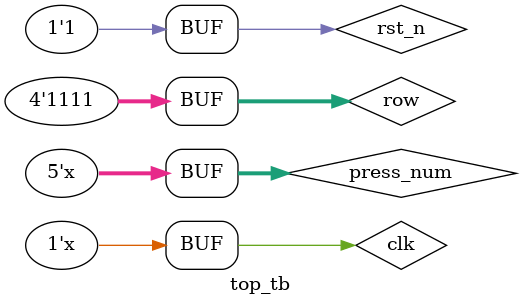
<source format=v>
`timescale 1ns/1ps
module top_tb;

	reg clk;  //系统时钟
	reg rst_n;
	reg [3:0] row;  //矩阵键盘行信号
	
	wire [3:0] col;  //矩阵键盘列信号
	wire flag;   //按键按下稳定后的标志信号
	wire [3:0] data;  //键值
	
	reg [4:0] press_num;  //模拟按键
	
	key_scan #(.cnt_num(4)) key_scan_inst(  //#(.cnt_num(4))
		.clk(clk),
		.rst_n(rst_n),
		.row(row),
		.col(col),
		.flag(flag),
		.data(data)
	);
	
	initial
	begin
		clk = 1;
		rst_n = 0;  //复位
		press_num = 5'd16; //抬起
		#200
		rst_n = 1;
		
		
		
		
		#100
		press_num = 5'd1;  //第一次按下按键1
		#10000
		press_num = 5'd16; //抬起
		#10000
		
		#100
		press_num = 5'd10;  //第一次按下按键+
		#10000
		press_num = 5'd16; //抬起
		#10000
		
		#100
		press_num = 5'd9;  //第一次按下按键9
		#10000
		press_num = 5'd16; //抬起
		#10000
		
		#100
		press_num = 5'd14;  //第3次按下按键=
		#10000
		press_num = 5'd16; //抬起
		#10000
		
		
		
		
		#100
		press_num = 5'd9;  //第2次按下按键9
		#10000
		press_num = 5'd16; //抬起
		#10000
		
		#100
		press_num = 5'd11;  //第2次按下按键-
		#10000
		press_num = 5'd16; //抬起
		#10000
		
		#100
		press_num = 5'd1;  //第2次按下按键1
		#10000
		press_num = 5'd16; //抬起
		#10000
		
		#100
		press_num = 5'd14;  //第3次按下按键=
		#10000
		press_num = 5'd16; //抬起
		#10000
		
		
		
		
		#100
		press_num = 5'd9;  //第3次按下按键9
		#10000
		press_num = 5'd16; //抬起
		#10000
		
		#100
		press_num = 5'd12;  //第3次按下按键*
		#10000
		press_num = 5'd16; //抬起
		#10000
		
		#100
		press_num = 5'd1;  //第3次按下按键1
		#10000
		press_num = 5'd16; //抬起
		#10000
		
		#100
		press_num = 5'd14;  //第3次按下按键=
		#10000
		press_num = 5'd16; //抬起
		#10000
		
		
		
		
		#100
		press_num = 5'd9;  //第3次按下按键9
		#10000
		press_num = 5'd16; //抬起
		#10000
		
		#100
		press_num = 5'd13;  //第3次按下按键/
		#10000
		press_num = 5'd16; //抬起
		#10000
		
		#100
		press_num = 5'd1;  //第3次按下按键1
		#10000
		press_num = 5'd16; //抬起
		#10000
		
		#100
		press_num = 5'd14;  //第3次按下按键=
		#10000
		press_num = 5'd16; //抬起
		#10000
		
		
		
		
		press_num = 5'd16; //抬起
		
		
		
		
	end
	
	always @ (*)
	begin
		if(!rst_n)
			begin
				press_num = 5'd16; //抬起
			end
		else
			begin
				case(press_num)
					5'd0	:	row = {1'b1,1'b1,1'b1,col[0]};
					5'd1	:	row = {1'b1,1'b1,1'b1,col[1]};
					5'd2	:	row = {1'b1,1'b1,1'b1,col[2]};
					5'd3	:	row = {1'b1,1'b1,1'b1,col[3]};
					
					5'd4	:	row = {1'b1,1'b1,col[0],1'b1};
					5'd5	:	row = {1'b1,1'b1,col[1],1'b1};
					5'd6	:	row = {1'b1,1'b1,col[2],1'b1};
					5'd7	:	row = {1'b1,1'b1,col[3],1'b1};
					
					5'd8	:	row = {1'b1,col[0],1'b1,1'b1};
					5'd9	:	row = {1'b1,col[1],1'b1,1'b1};
					5'd10	:	row = {1'b1,col[2],1'b1,1'b1};
					5'd11	:	row = {1'b1,col[3],1'b1,1'b1};
					
					5'd12	:	row = {col[0],1'b1,1'b1,1'b1};
					5'd13	:	row = {col[1],1'b1,1'b1,1'b1};
					5'd14	:	row = {col[2],1'b1,1'b1,1'b1};
					5'd15	:	row = {col[3],1'b1,1'b1,1'b1};
					
					5'd16	:	row = 4'b1111;
					default	:	row = 4'b1111;
				endcase
			end
	end
	
	always #10 clk = ~clk;
	
endmodule 	
	

</source>
